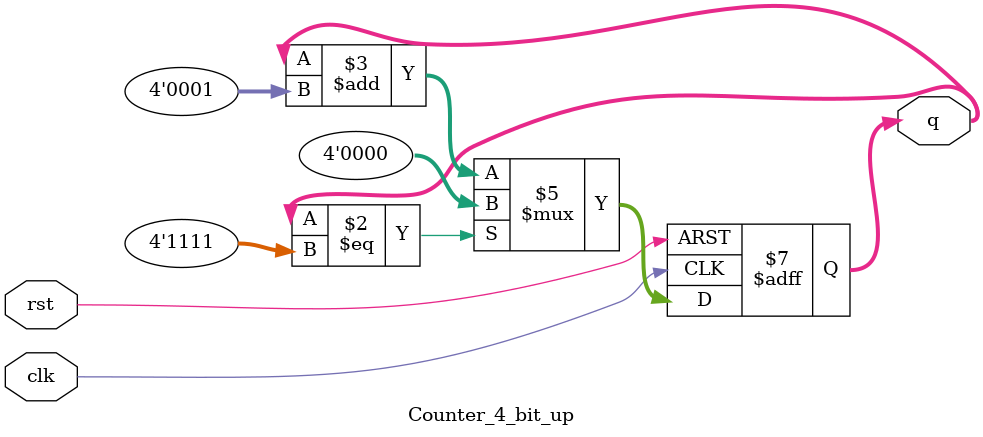
<source format=v>
module Counter_4_bit_up(
  input clk,rst,
  output reg [3:0]q);
  always @ (posedge clk or posedge rst)
    begin
      if(rst)
        q<=4'b0;
      else
        begin
          if(q==4'b1111)
            q<=4'b0;
          else
            begin
              q<=q+4'b1;
            end
        end
    end
endmodule

</source>
